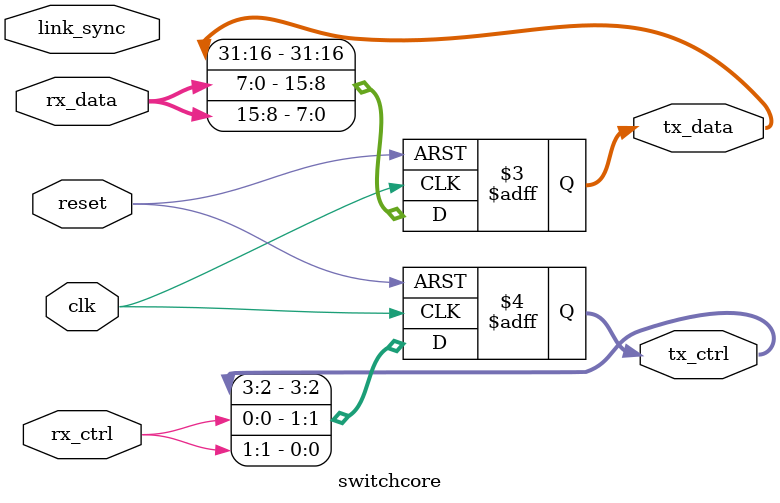
<source format=sv>

module switchcore (
  input  logic                         clk,
  input  logic                         reset,
  input  logic [3:0]                   link_sync, // High indicates a peer connection at the physical layer
  output logic [31:0]                  tx_data,   // [7:0]=TXD0 ... [31:24]=TXD3
  output logic [3:0]                   tx_ctrl,   // 0=TXC0 ... 3=TXC3
  input  logic [31:0]                  rx_data,   // [7:0]=RXD0 ... [31:24]=RXD3
  input  logic [3:0]                   rx_ctrl    // 0=RXC0 ... 3=RXC3
);

  // This is just the Default connections from de4_switch project
  always_ff @(posedge clk or negedge reset) begin
    if(!reset) begin
      tx_data <= 0;
      tx_ctrl <= 0;
    end else begin
      tx_data[15:8] <= rx_data[7:0];
      tx_data[7:0] <= rx_data[15:8];
      tx_ctrl[1] <= rx_ctrl[0];
      tx_ctrl[0] <= rx_ctrl[1];
    end
  end

///////////////////////////////////////////////////////////////////////////////
// SIGNALS
///////////////////////////////////////////////////////////////////////////////

///////////////////////////////////////////////////////////////////////////////
// MODULE INSTANTIATIONS
///////////////////////////////////////////////////////////////////////////////

// 4 x FCS check modules

// 4 x buffers (sync fifo)

// Mac learning

// Crossbar

///////////////////////////////////////////////////////////////////////////////
// COMBINATIONAL
///////////////////////////////////////////////////////////////////////////////

///////////////////////////////////////////////////////////////////////////////
// SEQUENTIAL
///////////////////////////////////////////////////////////////////////////////

endmodule
</source>
